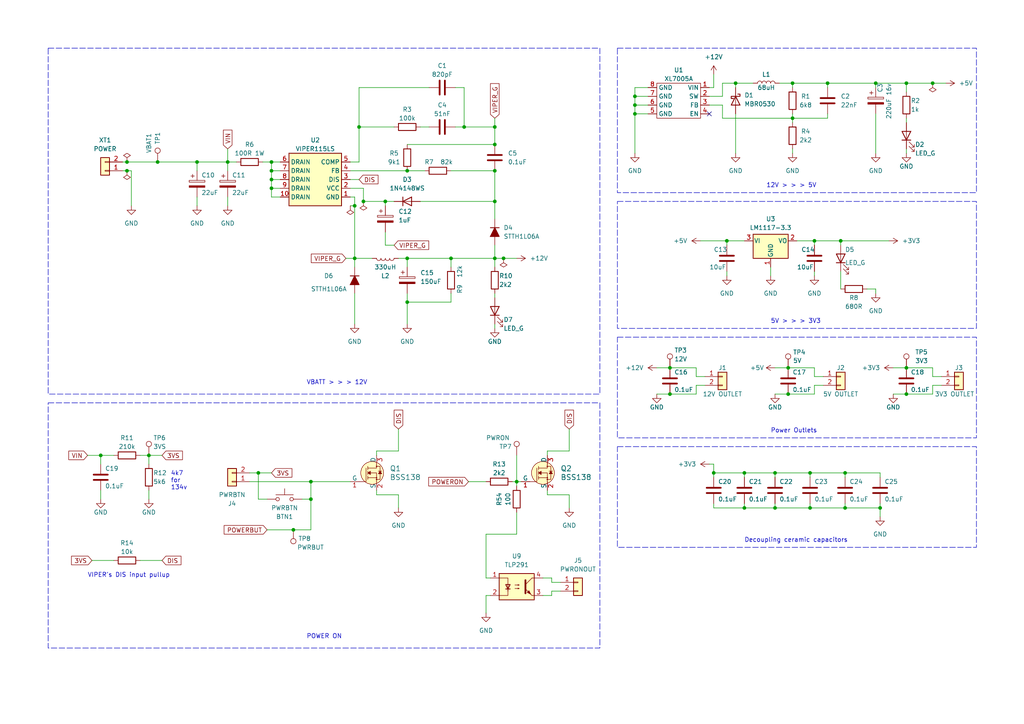
<source format=kicad_sch>
(kicad_sch (version 20231120) (generator "eeschema") (generator_version "8.0")
  (paper "A4")
  (lib_symbols
    (symbol "4shift:VIPER115LSTR"
      (property "Reference" "U" (at 0 2.54 0))
      (symbol "VIPER115LSTR_1_1"
        (pin power_in line (at -10.16 -1.27 0) (length 2.54) (name "GND") (number "1"))
        (pin passive line (at 10.16 -1.27 180) (length 2.54) (name "DRAIN") (number "10"))
        (pin power_in line (at -10.16 -3.81 0) (length 2.54) (name "VCC") (number "2"))
        (pin passive line (at -10.16 -6.35 0) (length 2.54) (name "DIS") (number "3"))
        (pin input line (at -10.16 -8.89 0) (length 2.54) (name "FB") (number "4"))
        (pin passive line (at -10.16 -11.43 0) (length 2.54) (name "COMP") (number "5"))
        (pin passive line (at 10.16 -11.43 180) (length 2.54) (name "DRAIN") (number "6"))
        (pin passive line (at 10.16 -8.89 180) (length 2.54) (name "DRAIN") (number "7"))
        (pin passive line (at 10.16 -6.35 180) (length 2.54) (name "DRAIN") (number "8"))
        (pin passive line (at 10.16 -3.81 180) (length 2.54) (name "DRAIN") (number "9"))
      )
    )
    (symbol "Conn_01x02_2" (pin_names (offset 1.016) hide)
      (property "Reference" "J" (at 0 2.54 0))
      (property "Value" "Conn_01x02" (at 0 -5.08 0))
      (symbol "Conn_01x02_2_1_1"
        (pin passive line (at -5.08 0 0) (length 3.81) (name "Pin_1") (number "1"))
        (pin passive line (at -5.08 -2.54 0) (length 3.81) (name "Pin_2") (number "2"))
      )
    )
    (symbol "Connector:TestPoint" (pin_numbers hide) (pin_names (offset 0.762) hide)
      (property "Reference" "TP" (at 0 6.858 0))
      (property "Value" "TestPoint" (at 0 5.08 0))
      (symbol "TestPoint_1_1"
        (pin passive line (at 0 0 90) (length 2.54) (name "1") (number "1"))
      )
    )
    (symbol "Connector_Generic:Conn_01x02" (pin_names (offset 1.016) hide)
      (property "Reference" "J" (at 0 2.54 0))
      (property "Value" "Conn_01x02" (at 0 -5.08 0))
      (symbol "Conn_01x02_1_1"
        (pin passive line (at -5.08 0 0) (length 3.81) (name "Pin_1") (number "1"))
        (pin passive line (at -5.08 -2.54 0) (length 3.81) (name "Pin_2") (number "2"))
      )
    )
    (symbol "Device:C" (pin_numbers hide) (pin_names (offset 0.254))
      (property "Reference" "C" (at 0.635 2.54 0))
      (property "Value" "C" (at 0.635 -2.54 0))
      (symbol "C_1_1"
        (pin passive line (at 0 3.81 270) (length 2.794) (name "~") (number "1"))
        (pin passive line (at 0 -3.81 90) (length 2.794) (name "~") (number "2"))
      )
    )
    (symbol "Device:C_Polarized" (pin_numbers hide) (pin_names (offset 0.254))
      (property "Reference" "C" (at 0.635 2.54 0))
      (property "Value" "C_Polarized" (at 0.635 -2.54 0))
      (symbol "C_Polarized_1_1"
        (pin passive line (at 0 3.81 270) (length 2.794) (name "~") (number "1"))
        (pin passive line (at 0 -3.81 90) (length 2.794) (name "~") (number "2"))
      )
    )
    (symbol "Device:L" (pin_numbers hide) (pin_names (offset 1.016) hide)
      (property "Reference" "L" (at -1.27 0 90))
      (property "Value" "L" (at 1.905 0 90))
      (symbol "L_1_1"
        (pin passive line (at 0 3.81 270) (length 1.27) (name "1") (number "1"))
        (pin passive line (at 0 -3.81 90) (length 1.27) (name "2") (number "2"))
      )
    )
    (symbol "Device:LED" (pin_numbers hide) (pin_names (offset 1.016) hide)
      (property "Reference" "D" (at 0 2.54 0))
      (property "Value" "LED" (at 0 -2.54 0))
      (symbol "LED_1_1"
        (pin passive line (at -3.81 0 0) (length 2.54) (name "K") (number "1"))
        (pin passive line (at 3.81 0 180) (length 2.54) (name "A") (number "2"))
      )
    )
    (symbol "Device:R" (pin_numbers hide) (pin_names (offset 0))
      (property "Reference" "R" (at 2.032 0 90))
      (property "Value" "R" (at 0 0 90))
      (symbol "R_1_1"
        (pin passive line (at 0 3.81 270) (length 1.27) (name "~") (number "1"))
        (pin passive line (at 0 -3.81 90) (length 1.27) (name "~") (number "2"))
      )
    )
    (symbol "Diode:1N4148WS" (pin_numbers hide) (pin_names hide)
      (property "Reference" "D" (at 0 2.54 0))
      (property "Value" "1N4148WS" (at 0 -2.54 0))
      (symbol "1N4148WS_1_1"
        (pin passive line (at -3.81 0 0) (length 2.54) (name "K") (number "1"))
        (pin passive line (at 3.81 0 180) (length 2.54) (name "A") (number "2"))
      )
    )
    (symbol "Diode:MBR0530" (pin_numbers hide) (pin_names (offset 1.016) hide)
      (property "Reference" "D" (at 0 2.54 0))
      (property "Value" "MBR0530" (at 0 -2.54 0))
      (symbol "MBR0530_1_1"
        (pin passive line (at -3.81 0 0) (length 2.54) (name "K") (number "1"))
        (pin passive line (at 3.81 0 180) (length 2.54) (name "A") (number "2"))
      )
    )
    (symbol "Isolator:TLP291"
      (property "Reference" "U" (at -5.08 5.08 0))
      (property "Value" "TLP291" (at 0 5.08 0))
      (symbol "TLP291_1_1"
        (pin passive line (at -7.62 2.54 0) (length 2.54) (name "~") (number "1"))
        (pin passive line (at -7.62 -2.54 0) (length 2.54) (name "~") (number "2"))
        (pin passive line (at 7.62 -2.54 180) (length 2.54) (name "~") (number "3"))
        (pin passive line (at 7.62 2.54 180) (length 2.54) (name "~") (number "4"))
      )
    )
    (symbol "PCM_Diode_AKL:STTH1L06A" (pin_numbers hide) (pin_names (offset 1.016) hide)
      (property "Reference" "D" (at 0 5.08 0))
      (property "Value" "STTH1L06A" (at 0 2.54 0))
      (symbol "STTH1L06A_1_1"
        (pin passive line (at 3.81 0 180) (length 2.54) (name "K") (number "1"))
        (pin passive line (at -3.81 0 0) (length 2.54) (name "A") (number "2"))
      )
    )
    (symbol "Regulator_Linear:LM1117-3.3" (pin_names (offset 0.254))
      (property "Reference" "U" (at -3.81 3.175 0))
      (property "Value" "LM1117-3.3" (at 0 3.175 0))
      (symbol "LM1117-3.3_1_1"
        (pin power_in line (at 0 -7.62 90) (length 2.54) (name "GND") (number "1"))
        (pin power_out line (at 7.62 0 180) (length 2.54) (name "VO") (number "2"))
        (pin power_in line (at -7.62 0 0) (length 2.54) (name "VI") (number "3"))
      )
    )
    (symbol "Switch:SW_Push" (pin_numbers hide) (pin_names (offset 1.016) hide)
      (property "Reference" "SW" (at 1.27 2.54 0))
      (property "Value" "SW_Push" (at 0 -1.524 0))
      (symbol "SW_Push_0_1"
        (pin passive line (at -5.08 0 0) (length 2.54) (name "1") (number "1"))
        (pin passive line (at 5.08 0 180) (length 2.54) (name "2") (number "2"))
      )
    )
    (symbol "XL7005a_1"
      (property "Reference" "U" (at 0 2.54 0))
      (property "Value" "XL7005A" (at 0 0 0))
      (symbol "XL7005a_1_1_1"
        (pin power_in line (at -8.89 -2.54 0) (length 2.54) (name "VIN") (number "1"))
        (pin power_out line (at -8.89 -5.08 0) (length 2.54) (name "SW") (number "2"))
        (pin input line (at -8.89 -7.62 0) (length 2.54) (name "FB") (number "3"))
        (pin input line (at -8.89 -10.16 0) (length 2.54) (name "EN") (number "4"))
        (pin passive line (at 8.89 -10.16 180) (length 2.54) (name "GND") (number "5"))
        (pin passive line (at 8.89 -7.62 180) (length 2.54) (name "GND") (number "6"))
        (pin passive line (at 8.89 -5.08 180) (length 2.54) (name "GND") (number "7"))
        (pin passive line (at 8.89 -2.54 180) (length 2.54) (name "GND") (number "8"))
      )
    )
    (symbol "dk_Transistors-FETs-MOSFETs-Single:BSS138" (pin_names (offset 0))
      (property "Reference" "Q" (at -2.6924 3.6322 0))
      (property "Value" "BSS138" (at 3.4544 0 90))
      (symbol "BSS138_1_1"
        (pin bidirectional line (at -7.62 -2.54 0) (length 2.54) (name "G") (number "1"))
        (pin bidirectional line (at 0 -5.08 90) (length 2.54) (name "S") (number "2"))
        (pin bidirectional line (at 0 5.08 270) (length 2.54) (name "D") (number "3"))
      )
    )
    (symbol "power:+12V" (power) (pin_names (offset 0))
      (property "Value" "+12V" (at 0 3.556 0))
      (symbol "+12V_1_1"
        (pin power_in line (at 0 0 90) (length 0) hide (name "+12V") (number "1"))
      )
    )
    (symbol "power:+3V3" (power) (pin_names (offset 0))
      (property "Value" "+3V3" (at 0 3.556 0))
      (symbol "+3V3_1_1"
        (pin power_in line (at 0 0 90) (length 0) hide (name "+3V3") (number "1"))
      )
    )
    (symbol "power:+5V" (power) (pin_names (offset 0))
      (property "Value" "+5V" (at 0 3.556 0))
      (symbol "+5V_1_1"
        (pin power_in line (at 0 0 90) (length 0) hide (name "+5V") (number "1"))
      )
    )
    (symbol "power:GND" (power) (pin_names (offset 0))
      (property "Value" "GND" (at 0 -3.81 0))
      (symbol "GND_1_1"
        (pin power_in line (at 0 0 270) (length 0) hide (name "GND") (number "1"))
      )
    )
    (symbol "power:PWR_FLAG" (power) (pin_numbers hide) (pin_names (offset 0) hide)
      (property "Value" "PWR_FLAG" (at 0 3.81 0))
      (symbol "PWR_FLAG_0_0"
        (pin power_out line (at 0 0 90) (length 0) (name "pwr") (number "1"))
      )
    )
  )
  (junction (at 102.87 59.69))
  (junction (at 36.83 46.99))
  (junction (at 229.87 24.13))
  (junction (at 105.41 58.42))
  (junction (at 143.51 49.53))
  (junction (at 74.93 137.16))
  (junction (at 78.74 46.99))
  (junction (at 255.27 147.32))
  (junction (at 78.74 52.07))
  (junction (at 270.51 24.13))
  (junction (at 262.89 24.13))
  (junction (at 78.74 49.53))
  (junction (at 236.22 69.85))
  (junction (at 213.36 24.13))
  (junction (at 90.17 139.7))
  (junction (at 228.6 114.3))
  (junction (at 143.51 74.93))
  (junction (at 210.82 69.85))
  (junction (at 224.79 137.16))
  (junction (at 143.51 36.83))
  (junction (at 78.74 54.61))
  (junction (at 66.04 46.99))
  (junction (at 262.89 114.3))
  (junction (at 207.01 137.16))
  (junction (at 143.51 41.91))
  (junction (at 118.11 49.53))
  (junction (at 134.62 36.83))
  (junction (at 194.31 106.68))
  (junction (at 228.6 106.68))
  (junction (at 111.76 58.42))
  (junction (at 104.14 36.83))
  (junction (at 194.31 114.3))
  (junction (at 45.72 46.99))
  (junction (at 224.79 147.32))
  (junction (at 85.09 153.67))
  (junction (at 36.83 49.53))
  (junction (at 184.15 27.94))
  (junction (at 43.18 132.08))
  (junction (at 118.11 87.63))
  (junction (at 130.81 74.93))
  (junction (at 57.15 46.99))
  (junction (at 254 24.13))
  (junction (at 245.11 137.16))
  (junction (at 143.51 58.42))
  (junction (at 234.95 147.32))
  (junction (at 184.15 33.02))
  (junction (at 215.9 137.16))
  (junction (at 245.11 147.32))
  (junction (at 184.15 30.48))
  (junction (at 149.86 139.7))
  (junction (at 240.03 24.13))
  (junction (at 262.89 106.68))
  (junction (at 215.9 147.32))
  (junction (at 102.87 74.93))
  (junction (at 243.84 69.85))
  (junction (at 229.87 34.29))
  (junction (at 90.17 144.78))
  (junction (at 118.11 74.93))
  (junction (at 234.95 137.16))
  (junction (at 29.21 132.08))
  (junction (at 146.05 74.93))
  (no_connect (at 205.74 33.02))
  (wire (pts (xy 254 24.13) (xy 262.89 24.13)))
  (wire (pts (xy 187.96 33.02) (xy 184.15 33.02)))
  (wire (pts (xy 162.56 168.91) (xy 160.02 168.91)))
  (wire (pts (xy 102.87 85.09) (xy 102.87 93.98)))
  (wire (pts (xy 35.56 46.99) (xy 36.83 46.99)))
  (wire (pts (xy 209.55 24.13) (xy 213.36 24.13)))
  (wire (pts (xy 146.05 74.93) (xy 149.86 74.93)))
  (wire (pts (xy 254 24.13) (xy 254 25.4)))
  (wire (pts (xy 231.14 69.85) (xy 236.22 69.85)))
  (wire (pts (xy 81.28 46.99) (xy 78.74 46.99)))
  (wire (pts (xy 76.2 46.99) (xy 78.74 46.99)))
  (wire (pts (xy 190.5 114.3) (xy 194.31 114.3)))
  (wire (pts (xy 229.87 35.56) (xy 229.87 34.29)))
  (wire (pts (xy 124.46 25.4) (xy 104.14 25.4)))
  (wire (pts (xy 259.08 106.68) (xy 262.89 106.68)))
  (wire (pts (xy 111.76 71.12) (xy 114.3 71.12)))
  (wire (pts (xy 224.79 114.3) (xy 228.6 114.3)))
  (wire (pts (xy 245.11 137.16) (xy 245.11 138.43)))
  (wire (pts (xy 245.11 147.32) (xy 245.11 146.05)))
  (wire (pts (xy 109.22 143.51) (xy 109.22 142.24)))
  (wire (pts (xy 102.87 74.93) (xy 107.95 74.93)))
  (wire (pts (xy 140.97 172.72) (xy 140.97 177.8)))
  (wire (pts (xy 223.52 77.47) (xy 223.52 80.01)))
  (wire (pts (xy 187.96 30.48) (xy 184.15 30.48)))
  (wire (pts (xy 194.31 106.68) (xy 201.93 106.68)))
  (wire (pts (xy 184.15 44.45) (xy 184.15 33.02)))
  (wire (pts (xy 143.51 74.93) (xy 143.51 77.47)))
  (wire (pts (xy 105.41 58.42) (xy 111.76 58.42)))
  (wire (pts (xy 158.75 130.81) (xy 158.75 132.08)))
  (wire (pts (xy 240.03 25.4) (xy 240.03 24.13)))
  (wire (pts (xy 35.56 49.53) (xy 36.83 49.53)))
  (wire (pts (xy 90.17 144.78) (xy 90.17 153.67)))
  (wire (pts (xy 160.02 172.72) (xy 157.48 172.72)))
  (wire (pts (xy 101.6 49.53) (xy 118.11 49.53)))
  (wire (pts (xy 149.86 154.94) (xy 140.97 154.94)))
  (wire (pts (xy 142.24 172.72) (xy 140.97 172.72)))
  (wire (pts (xy 240.03 33.02) (xy 240.03 34.29)))
  (wire (pts (xy 243.84 69.85) (xy 243.84 71.12)))
  (wire (pts (xy 209.55 27.94) (xy 209.55 24.13)))
  (wire (pts (xy 118.11 87.63) (xy 118.11 85.09)))
  (wire (pts (xy 215.9 137.16) (xy 224.79 137.16)))
  (wire (pts (xy 104.14 46.99) (xy 104.14 36.83)))
  (wire (pts (xy 134.62 36.83) (xy 143.51 36.83)))
  (wire (pts (xy 205.74 134.62) (xy 207.01 134.62)))
  (wire (pts (xy 255.27 147.32) (xy 255.27 149.86)))
  (wire (pts (xy 224.79 147.32) (xy 224.79 146.05)))
  (wire (pts (xy 207.01 134.62) (xy 207.01 137.16)))
  (wire (pts (xy 118.11 74.93) (xy 130.81 74.93)))
  (wire (pts (xy 135.89 139.7) (xy 140.97 139.7)))
  (wire (pts (xy 207.01 147.32) (xy 215.9 147.32)))
  (wire (pts (xy 104.14 36.83) (xy 114.3 36.83)))
  (wire (pts (xy 78.74 46.99) (xy 78.74 49.53)))
  (wire (pts (xy 40.64 132.08) (xy 43.18 132.08)))
  (wire (pts (xy 229.87 34.29) (xy 240.03 34.29)))
  (wire (pts (xy 68.58 46.99) (xy 66.04 46.99)))
  (wire (pts (xy 215.9 147.32) (xy 224.79 147.32)))
  (wire (pts (xy 118.11 74.93) (xy 118.11 77.47)))
  (wire (pts (xy 234.95 147.32) (xy 245.11 147.32)))
  (wire (pts (xy 78.74 49.53) (xy 78.74 52.07)))
  (wire (pts (xy 33.02 162.56) (xy 26.67 162.56)))
  (wire (pts (xy 105.41 58.42) (xy 105.41 54.61)))
  (wire (pts (xy 134.62 36.83) (xy 134.62 25.4)))
  (wire (pts (xy 25.4 132.08) (xy 29.21 132.08)))
  (wire (pts (xy 201.93 109.22) (xy 201.93 106.68)))
  (wire (pts (xy 203.2 69.85) (xy 210.82 69.85)))
  (wire (pts (xy 72.39 137.16) (xy 74.93 137.16)))
  (wire (pts (xy 207.01 25.4) (xy 205.74 25.4)))
  (wire (pts (xy 57.15 46.99) (xy 66.04 46.99)))
  (wire (pts (xy 262.89 114.3) (xy 270.51 114.3)))
  (wire (pts (xy 210.82 78.74) (xy 210.82 80.01)))
  (wire (pts (xy 234.95 137.16) (xy 245.11 137.16)))
  (wire (pts (xy 57.15 57.15) (xy 57.15 59.69)))
  (wire (pts (xy 187.96 27.94) (xy 184.15 27.94)))
  (wire (pts (xy 207.01 137.16) (xy 207.01 138.43)))
  (wire (pts (xy 207.01 21.59) (xy 207.01 25.4)))
  (wire (pts (xy 210.82 71.12) (xy 210.82 69.85)))
  (wire (pts (xy 165.1 130.81) (xy 158.75 130.81)))
  (wire (pts (xy 160.02 171.45) (xy 160.02 172.72)))
  (wire (pts (xy 229.87 44.45) (xy 229.87 43.18)))
  (wire (pts (xy 143.51 74.93) (xy 130.81 74.93)))
  (wire (pts (xy 132.08 36.83) (xy 134.62 36.83)))
  (wire (pts (xy 273.05 111.76) (xy 270.51 111.76)))
  (wire (pts (xy 102.87 57.15) (xy 102.87 59.69)))
  (wire (pts (xy 90.17 139.7) (xy 101.6 139.7)))
  (wire (pts (xy 140.97 154.94) (xy 140.97 167.64)))
  (wire (pts (xy 270.51 109.22) (xy 270.51 106.68)))
  (wire (pts (xy 46.99 162.56) (xy 40.64 162.56)))
  (wire (pts (xy 255.27 147.32) (xy 255.27 146.05)))
  (wire (pts (xy 134.62 25.4) (xy 132.08 25.4)))
  (wire (pts (xy 204.47 109.22) (xy 201.93 109.22)))
  (wire (pts (xy 184.15 30.48) (xy 184.15 33.02)))
  (wire (pts (xy 104.14 25.4) (xy 104.14 36.83)))
  (wire (pts (xy 121.92 58.42) (xy 143.51 58.42)))
  (wire (pts (xy 43.18 132.08) (xy 46.99 132.08)))
  (wire (pts (xy 115.57 130.81) (xy 109.22 130.81)))
  (wire (pts (xy 187.96 25.4) (xy 184.15 25.4)))
  (wire (pts (xy 57.15 49.53) (xy 57.15 46.99)))
  (wire (pts (xy 101.6 46.99) (xy 104.14 46.99)))
  (wire (pts (xy 43.18 142.24) (xy 43.18 144.78)))
  (wire (pts (xy 130.81 49.53) (xy 143.51 49.53)))
  (wire (pts (xy 102.87 57.15) (xy 101.6 57.15)))
  (wire (pts (xy 74.93 137.16) (xy 78.74 137.16)))
  (wire (pts (xy 224.79 137.16) (xy 234.95 137.16)))
  (wire (pts (xy 143.51 49.53) (xy 143.51 58.42)))
  (wire (pts (xy 85.09 153.67) (xy 77.47 153.67)))
  (wire (pts (xy 184.15 27.94) (xy 184.15 30.48)))
  (wire (pts (xy 201.93 111.76) (xy 201.93 114.3)))
  (wire (pts (xy 243.84 78.74) (xy 243.84 83.82)))
  (wire (pts (xy 236.22 78.74) (xy 236.22 80.01)))
  (wire (pts (xy 205.74 27.94) (xy 209.55 27.94)))
  (wire (pts (xy 115.57 143.51) (xy 115.57 147.32)))
  (wire (pts (xy 130.81 87.63) (xy 130.81 85.09)))
  (wire (pts (xy 238.76 109.22) (xy 236.22 109.22)))
  (wire (pts (xy 229.87 24.13) (xy 229.87 25.4)))
  (wire (pts (xy 143.51 86.36) (xy 143.51 85.09)))
  (wire (pts (xy 87.63 144.78) (xy 90.17 144.78)))
  (wire (pts (xy 238.76 111.76) (xy 236.22 111.76)))
  (wire (pts (xy 143.51 58.42) (xy 143.51 63.5)))
  (wire (pts (xy 184.15 25.4) (xy 184.15 27.94)))
  (wire (pts (xy 243.84 69.85) (xy 257.81 69.85)))
  (wire (pts (xy 111.76 59.69) (xy 111.76 58.42)))
  (wire (pts (xy 234.95 147.32) (xy 234.95 146.05)))
  (wire (pts (xy 78.74 49.53) (xy 81.28 49.53)))
  (wire (pts (xy 111.76 58.42) (xy 114.3 58.42)))
  (wire (pts (xy 245.11 137.16) (xy 255.27 137.16)))
  (wire (pts (xy 209.55 30.48) (xy 209.55 34.29)))
  (wire (pts (xy 162.56 171.45) (xy 160.02 171.45)))
  (wire (pts (xy 66.04 46.99) (xy 66.04 49.53)))
  (wire (pts (xy 130.81 74.93) (xy 130.81 77.47)))
  (wire (pts (xy 262.89 24.13) (xy 270.51 24.13)))
  (wire (pts (xy 115.57 74.93) (xy 118.11 74.93)))
  (wire (pts (xy 213.36 24.13) (xy 213.36 25.4)))
  (wire (pts (xy 109.22 130.81) (xy 109.22 132.08)))
  (wire (pts (xy 160.02 168.91) (xy 160.02 167.64)))
  (wire (pts (xy 143.51 36.83) (xy 143.51 41.91)))
  (wire (pts (xy 255.27 137.16) (xy 255.27 138.43)))
  (wire (pts (xy 273.05 109.22) (xy 270.51 109.22)))
  (wire (pts (xy 78.74 54.61) (xy 81.28 54.61)))
  (wire (pts (xy 66.04 57.15) (xy 66.04 59.69)))
  (wire (pts (xy 259.08 114.3) (xy 262.89 114.3)))
  (wire (pts (xy 102.87 59.69) (xy 102.87 74.93)))
  (wire (pts (xy 140.97 167.64) (xy 142.24 167.64)))
  (wire (pts (xy 29.21 132.08) (xy 29.21 134.62)))
  (wire (pts (xy 101.6 52.07) (xy 104.14 52.07)))
  (wire (pts (xy 158.75 143.51) (xy 158.75 142.24)))
  (wire (pts (xy 148.59 139.7) (xy 149.86 139.7)))
  (wire (pts (xy 149.86 132.08) (xy 149.86 139.7)))
  (wire (pts (xy 118.11 87.63) (xy 118.11 93.98)))
  (wire (pts (xy 105.41 54.61) (xy 101.6 54.61)))
  (wire (pts (xy 36.83 49.53) (xy 38.1 49.53)))
  (wire (pts (xy 270.51 24.13) (xy 274.32 24.13)))
  (wire (pts (xy 100.33 74.93) (xy 102.87 74.93)))
  (wire (pts (xy 85.09 153.67) (xy 90.17 153.67)))
  (wire (pts (xy 245.11 147.32) (xy 255.27 147.32)))
  (wire (pts (xy 236.22 69.85) (xy 243.84 69.85)))
  (wire (pts (xy 74.93 144.78) (xy 74.93 137.16)))
  (wire (pts (xy 224.79 106.68) (xy 228.6 106.68)))
  (wire (pts (xy 149.86 139.7) (xy 151.13 139.7)))
  (wire (pts (xy 165.1 143.51) (xy 165.1 147.32)))
  (wire (pts (xy 270.51 111.76) (xy 270.51 114.3)))
  (wire (pts (xy 118.11 49.53) (xy 123.19 49.53)))
  (wire (pts (xy 72.39 139.7) (xy 90.17 139.7)))
  (wire (pts (xy 115.57 124.46) (xy 115.57 130.81)))
  (wire (pts (xy 90.17 139.7) (xy 90.17 144.78)))
  (wire (pts (xy 149.86 139.7) (xy 149.86 140.97)))
  (wire (pts (xy 236.22 109.22) (xy 236.22 106.68)))
  (wire (pts (xy 213.36 24.13) (xy 218.44 24.13)))
  (wire (pts (xy 236.22 71.12) (xy 236.22 69.85)))
  (wire (pts (xy 229.87 24.13) (xy 226.06 24.13)))
  (wire (pts (xy 240.03 24.13) (xy 229.87 24.13)))
  (wire (pts (xy 228.6 106.68) (xy 236.22 106.68)))
  (wire (pts (xy 78.74 52.07) (xy 78.74 54.61)))
  (wire (pts (xy 215.9 137.16) (xy 215.9 138.43)))
  (wire (pts (xy 121.92 36.83) (xy 124.46 36.83)))
  (wire (pts (xy 165.1 143.51) (xy 158.75 143.51)))
  (wire (pts (xy 215.9 147.32) (xy 215.9 146.05)))
  (wire (pts (xy 143.51 34.29) (xy 143.51 36.83)))
  (wire (pts (xy 78.74 52.07) (xy 81.28 52.07)))
  (wire (pts (xy 262.89 106.68) (xy 270.51 106.68)))
  (wire (pts (xy 149.86 148.59) (xy 149.86 154.94)))
  (wire (pts (xy 38.1 49.53) (xy 38.1 59.69)))
  (wire (pts (xy 234.95 137.16) (xy 234.95 138.43)))
  (wire (pts (xy 118.11 41.91) (xy 143.51 41.91)))
  (wire (pts (xy 160.02 167.64) (xy 157.48 167.64)))
  (wire (pts (xy 262.89 35.56) (xy 262.89 34.29)))
  (wire (pts (xy 209.55 34.29) (xy 229.87 34.29)))
  (wire (pts (xy 77.47 144.78) (xy 74.93 144.78)))
  (wire (pts (xy 254 83.82) (xy 254 85.09)))
  (wire (pts (xy 102.87 74.93) (xy 102.87 77.47)))
  (wire (pts (xy 254 33.02) (xy 254 44.45)))
  (wire (pts (xy 66.04 43.18) (xy 66.04 46.99)))
  (wire (pts (xy 210.82 69.85) (xy 215.9 69.85)))
  (wire (pts (xy 45.72 46.99) (xy 36.83 46.99)))
  (wire (pts (xy 143.51 93.98) (xy 143.51 95.25)))
  (wire (pts (xy 205.74 30.48) (xy 209.55 30.48)))
  (wire (pts (xy 236.22 111.76) (xy 236.22 114.3)))
  (wire (pts (xy 240.03 24.13) (xy 254 24.13)))
  (wire (pts (xy 78.74 54.61) (xy 78.74 57.15)))
  (wire (pts (xy 194.31 114.3) (xy 201.93 114.3)))
  (wire (pts (xy 43.18 132.08) (xy 43.18 134.62)))
  (wire (pts (xy 224.79 137.16) (xy 224.79 138.43)))
  (wire (pts (xy 111.76 67.31) (xy 111.76 71.12)))
  (wire (pts (xy 201.93 111.76) (xy 204.47 111.76)))
  (wire (pts (xy 29.21 132.08) (xy 33.02 132.08)))
  (wire (pts (xy 115.57 143.51) (xy 109.22 143.51)))
  (wire (pts (xy 165.1 124.46) (xy 165.1 130.81)))
  (wire (pts (xy 262.89 43.18) (xy 262.89 44.45)))
  (wire (pts (xy 29.21 142.24) (xy 29.21 144.78)))
  (wire (pts (xy 143.51 71.12) (xy 143.51 74.93)))
  (wire (pts (xy 213.36 33.02) (xy 213.36 44.45)))
  (wire (pts (xy 207.01 137.16) (xy 215.9 137.16)))
  (wire (pts (xy 143.51 74.93) (xy 146.05 74.93)))
  (wire (pts (xy 118.11 87.63) (xy 130.81 87.63)))
  (wire (pts (xy 190.5 106.68) (xy 194.31 106.68)))
  (wire (pts (xy 78.74 57.15) (xy 81.28 57.15)))
  (wire (pts (xy 228.6 114.3) (xy 236.22 114.3)))
  (wire (pts (xy 101.6 59.69) (xy 102.87 59.69)))
  (wire (pts (xy 229.87 33.02) (xy 229.87 34.29)))
  (wire (pts (xy 262.89 26.67) (xy 262.89 24.13)))
  (wire (pts (xy 207.01 147.32) (xy 207.01 146.05)))
  (wire (pts (xy 45.72 46.99) (xy 57.15 46.99)))
  (wire (pts (xy 224.79 147.32) (xy 234.95 147.32)))
  (wire (pts (xy 251.46 83.82) (xy 254 83.82)))
  (rectangle (start 179.07 97.79) (end 283.21 127) (stroke (width 0) (type dash)))
  (rectangle (start 179.07 58.42) (end 283.21 95.25) (stroke (width 0) (type dash)))
  (rectangle (start 13.97 116.84) (end 173.99 187.96) (stroke (width 0) (type dash)))
  (rectangle (start 179.07 129.54) (end 283.21 158.75) (stroke (width 0) (type dash)))
  (rectangle (start 179.07 13.97) (end 283.21 55.88) (stroke (width 0) (type dash)))
  (rectangle (start 13.97 13.97) (end 173.99 114.3) (stroke (width 0) (type dash)))
  (text "Decoupling ceramic capacitors\n" (at 215.9 157.48 0) (effects (font (size 1.27 1.27)) (justify left bottom)))
  (text "VBATT > > > 12V" (at 88.9 111.76 0) (effects (font (size 1.27 1.27)) (justify left bottom)))
  (text "5V > > > 3V3" (at 223.52 93.98 0) (effects (font (size 1.27 1.27)) (justify left bottom)))
  (text "4k7\nfor\n134v" (at 49.53 142.24 0) (effects (font (size 1.27 1.27)) (justify left bottom)))
  (text "Power Outlets\n" (at 223.52 125.73 0) (effects (font (size 1.27 1.27)) (justify left bottom)))
  (text "12V > > > 5V" (at 222.25 54.61 0) (effects (font (size 1.27 1.27)) (justify left bottom)))
  (text "POWER ON" (at 88.9 185.42 0) (effects (font (size 1.27 1.27)) (justify left bottom)))
  (text "VIPER's DIS input pullup" (at 25.4 167.64 0) (effects (font (size 1.27 1.27)) (justify left bottom)))
  (global_label "VIPER_G" (shape input) (at 114.3 71.12 0) (property "Intersheetrefs" "${INTERSHEET_REFS}" (effects (hide yes))))
  (global_label "DIS" (shape input) (at 104.14 52.07 0) (property "Intersheetrefs" "${INTERSHEET_REFS}" (effects (hide yes))))
  (global_label "3VS" (shape input) (at 78.74 137.16 0) (property "Intersheetrefs" "${INTERSHEET_REFS}" (effects (hide yes))))
  (global_label "POWERBUT" (shape input) (at 77.47 153.67 180) (property "Intersheetrefs" "${INTERSHEET_REFS}" (effects (hide yes))))
  (global_label "DIS" (shape input) (at 165.1 124.46 90) (property "Intersheetrefs" "${INTERSHEET_REFS}" (effects (hide yes))))
  (global_label "DIS" (shape input) (at 46.99 162.56 0) (property "Intersheetrefs" "${INTERSHEET_REFS}" (effects (hide yes))))
  (global_label "3VS" (shape input) (at 46.99 132.08 0) (property "Intersheetrefs" "${INTERSHEET_REFS}" (effects (hide yes))))
  (global_label "DIS" (shape input) (at 115.57 124.46 90) (property "Intersheetrefs" "${INTERSHEET_REFS}" (effects (hide yes))))
  (global_label "3VS" (shape input) (at 26.67 162.56 180) (property "Intersheetrefs" "${INTERSHEET_REFS}" (effects (hide yes))))
  (global_label "POWERON" (shape input) (at 135.89 139.7 180) (property "Intersheetrefs" "${INTERSHEET_REFS}" (effects (hide yes))))
  (global_label "VIN" (shape input) (at 25.4 132.08 180) (property "Intersheetrefs" "${INTERSHEET_REFS}" (effects (hide yes))))
  (global_label "VIPER_G" (shape input) (at 100.33 74.93 180) (property "Intersheetrefs" "${INTERSHEET_REFS}" (effects (hide yes))))
  (global_label "VIPER_G" (shape input) (at 143.51 34.29 90) (property "Intersheetrefs" "${INTERSHEET_REFS}" (effects (hide yes))))
  (global_label "VIN" (shape input) (at 66.04 43.18 90) (property "Intersheetrefs" "${INTERSHEET_REFS}" (effects (hide yes))))
  (symbol (lib_id "power:GND") (at 229.87 44.45 0) (unit 1)
    (property "Reference" "#PWR05" (effects (hide yes)))
    (property "Value" "GND" (at 229.87 49.53 0))
  )
  (symbol (lib_id "Device:R") (at 36.83 132.08 90) (unit 1)
    (property "Reference" "R11" (at 36.83 127 90))
    (property "Value" "210k" (at 36.83 129.54 90))
    (property "Footprint" "Resistor_SMD:R_0805_2012Metric_Pad1.20x1.40mm_HandSolder" (effects (hide yes)))
  )
  (symbol (lib_id "Device:C") (at 29.21 138.43 0) (unit 1)
    (property "Reference" "C19" (at 30.48 135.89 0) (effects (justify left)))
    (property "Value" "0.1uF" (at 30.48 140.97 0) (effects (justify left)))
    (property "Footprint" "Capacitor_SMD:C_0805_2012Metric_Pad1.18x1.45mm_HandSolder" (effects (hide yes)))
  )
  (symbol (lib_id "power:+5V") (at 274.32 24.13 270) (unit 1)
    (property "Reference" "#PWR02" (effects (hide yes)))
    (property "Value" "+5V" (at 278.13 24.13 90) (effects (justify left)))
  )
  (symbol (lib_id "power:PWR_FLAG") (at 101.6 59.69 180) (unit 1)
    (property "Reference" "#FLG05" (effects (hide yes)))
    (property "Value" "PWR_FLAG" (effects (hide yes)))
  )
  (symbol (lib_id "power:GND") (at 213.36 44.45 0) (unit 1)
    (property "Reference" "#PWR04" (effects (hide yes)))
    (property "Value" "GND" (at 213.36 49.53 0))
  )
  (symbol (lib_id "power:GND") (at 254 85.09 0) (unit 1)
    (property "Reference" "#PWR020" (effects (hide yes)))
    (property "Value" "GND" (at 254 90.17 0))
  )
  (symbol (lib_id "Switch:SW_Push") (at 82.55 144.78 0) (unit 1)
    (property "Reference" "BTN1" (at 82.55 149.86 0))
    (property "Value" "PWRBTN" (at 82.55 147.32 0))
    (property "Footprint" "Button_Switch_SMD:SW_SPST_SKQG_WithoutStem" (effects (hide yes)))
  )
  (symbol (lib_id "power:GND") (at 236.22 80.01 0) (unit 1)
    (property "Reference" "#PWR019" (effects (hide yes)))
    (property "Value" "GND" (at 236.22 85.09 0))
  )
  (symbol (lib_id "power:GND") (at 224.79 114.3 0) (unit 1)
    (property "Reference" "#PWR029" (effects (hide yes)))
    (property "Value" "GND" (at 224.79 118.11 0))
  )
  (symbol (lib_id "Device:C") (at 240.03 29.21 0) (unit 1)
    (property "Reference" "C2" (at 243.84 27.94 0) (effects (justify left)))
    (property "Value" "22nF" (at 243.84 30.48 0) (effects (justify left)))
    (property "Footprint" "Capacitor_SMD:C_0603_1608Metric_Pad1.08x0.95mm_HandSolder" (effects (hide yes)))
  )
  (symbol (lib_id "Device:R") (at 72.39 46.99 90) (unit 1)
    (property "Reference" "R6" (at 72.39 41.91 90))
    (property "Value" "100R 1W" (at 72.39 44.45 90))
    (property "Footprint" "Resistor_SMD:R_2010_5025Metric_Pad1.40x2.65mm_HandSolder" (effects (hide yes)))
  )
  (symbol (lib_id "power:GND") (at 254 44.45 0) (unit 1)
    (property "Reference" "#PWR06" (effects (hide yes)))
    (property "Value" "GND" (at 254 49.53 0))
  )
  (symbol (lib_id "Device:LED") (at 262.89 39.37 90) (unit 1)
    (property "Reference" "D2" (at 265.43 41.91 90) (effects (justify right)))
    (property "Value" "LED_G" (at 265.43 44.45 90) (effects (justify right)))
    (property "Footprint" "LED_SMD:LED_0603_1608Metric" (effects (hide yes)))
  )
  (symbol (lib_id "Device:C") (at 194.31 110.49 0) (unit 1)
    (property "Reference" "C16" (at 195.58 107.95 0) (effects (justify left)))
    (property "Value" "0.1uF" (at 195.58 113.03 0) (effects (justify left)))
    (property "Footprint" "Capacitor_SMD:C_0603_1608Metric_Pad1.08x0.95mm_HandSolder" (effects (hide yes)))
  )
  (symbol (lib_id "Device:LED") (at 143.51 90.17 90) (unit 1)
    (property "Reference" "D7" (at 146.05 92.71 90) (effects (justify right)))
    (property "Value" "LED_G" (at 146.05 95.25 90) (effects (justify right)))
    (property "Footprint" "LED_SMD:LED_0603_1608Metric" (effects (hide yes)))
  )
  (symbol (lib_id "power:GND") (at 115.57 147.32 0) (unit 1)
    (property "Reference" "#PWR035" (effects (hide yes)))
    (property "Value" "GND" (at 115.57 152.4 0))
  )
  (symbol (lib_id "Connector:TestPoint") (at 149.86 132.08 0) (unit 1)
    (property "Reference" "TP7" (at 144.78 129.54 0) (effects (justify left)))
    (property "Value" "PWRON" (at 140.97 127 0) (effects (justify left)))
    (property "Footprint" "TestPoint:TestPoint_Pad_D2.0mm" (effects (hide yes)))
  )
  (symbol (lib_name "Conn_01x02_2") (lib_id "Connector_Generic:Conn_01x02") (at 278.13 109.22 0) (unit 1)
    (property "Reference" "J3" (at 278.13 106.68 0))
    (property "Value" "3V3 OUTLET" (at 276.86 114.3 0))
    (property "Footprint" "Connector_JST:JST_XH_B2B-XH-A_1x02_P2.50mm_Vertical" (effects (hide yes)))
  )
  (symbol (lib_id "power:PWR_FLAG") (at 36.83 46.99 0) (unit 1)
    (property "Reference" "#FLG02" (effects (hide yes)))
    (property "Value" "PWR_FLAG" (effects (hide yes)))
  )
  (symbol (lib_id "dk_Transistors-FETs-MOSFETs-Single:BSS138") (at 158.75 137.16 0) (unit 1)
    (property "Reference" "Q2" (at 162.56 135.89 0) (effects (font (size 1.524 1.524)) (justify left)))
    (property "Value" "BSS138" (at 162.56 138.43 0) (effects (font (size 1.524 1.524)) (justify left)))
    (property "Footprint" "digikey-footprints:SOT-23-3" (effects (hide yes)))
    (property "Datasheet" "https://www.onsemi.com/pub/Collateral/BSS138-D.PDF" (effects (hide yes)))
    (property "Description" "MOSFET N-CH 50V 220MA SOT-23" (effects (hide yes)))
    (property "Digi-Key_PN" "BSS138CT-ND" (effects (hide yes)))
    (property "MPN" "BSS138" (effects (hide yes)))
    (property "Category" "Discrete Semiconductor Products" (effects (hide yes)))
    (property "Family" "Transistors - FETs, MOSFETs - Single" (effects (hide yes)))
    (property "DK_Datasheet_Link" "https://www.onsemi.com/pub/Collateral/BSS138-D.PDF" (effects (hide yes)))
    (property "DK_Detail_Page" "/product-detail/en/on-semiconductor/BSS138/BSS138CT-ND/244294" (effects (hide yes)))
    (property "Manufacturer" "ON Semiconductor" (effects (hide yes)))
    (property "Status" "Active" (effects (hide yes)))
  )
  (symbol (lib_name "Conn_01x02_2") (lib_id "Connector_Generic:Conn_01x02") (at 243.84 109.22 0) (unit 1)
    (property "Reference" "J2" (at 243.84 106.68 0))
    (property "Value" "5V OUTLET" (at 243.84 114.3 0))
    (property "Footprint" "Connector_JST:JST_XH_B2B-XH-A_1x02_P2.50mm_Vertical" (effects (hide yes)))
  )
  (symbol (lib_id "power:PWR_FLAG") (at 146.05 74.93 180) (unit 1)
    (property "Reference" "#FLG06" (effects (hide yes)))
    (property "Value" "PWR_FLAG" (effects (hide yes)))
  )
  (symbol (lib_id "power:+3V3") (at 205.74 134.62 90) (unit 1)
    (property "Reference" "#PWR031" (effects (hide yes)))
    (property "Value" "+3V3" (at 201.93 134.62 90) (effects (justify left)))
  )
  (symbol (lib_id "power:+12V") (at 207.01 21.59 0) (unit 1)
    (property "Reference" "#PWR01" (effects (hide yes)))
    (property "Value" "+12V" (at 207.01 16.51 0))
  )
  (symbol (lib_id "Device:C") (at 210.82 74.93 0) (unit 1)
    (property "Reference" "C13" (at 207.01 72.39 0) (effects (justify left)))
    (property "Value" "10uF" (at 205.74 77.47 0) (effects (justify left)))
    (property "Footprint" "Capacitor_SMD:C_0603_1608Metric_Pad1.08x0.95mm_HandSolder" (effects (hide yes)))
  )
  (symbol (lib_id "Connector:TestPoint") (at 85.09 153.67 180) (unit 1)
    (property "Reference" "TP8" (at 90.17 156.21 0) (effects (justify left)))
    (property "Value" "PWRBUT" (at 93.98 158.75 0) (effects (justify left)))
    (property "Footprint" "TestPoint:TestPoint_Pad_D2.0mm" (effects (hide yes)))
  )
  (symbol (lib_id "Device:C") (at 234.95 142.24 0) (unit 1)
    (property "Reference" "C23" (at 236.22 139.7 0) (effects (justify left)))
    (property "Value" "0.1uF" (at 236.22 144.78 0) (effects (justify left)))
    (property "Footprint" "Capacitor_SMD:C_0603_1608Metric_Pad1.08x0.95mm_HandSolder" (effects (hide yes)))
  )
  (symbol (lib_id "power:GND") (at 259.08 114.3 0) (unit 1)
    (property "Reference" "#PWR030" (effects (hide yes)))
    (property "Value" "GND" (at 259.08 118.11 0))
  )
  (symbol (lib_id "PCM_Diode_AKL:STTH1L06A") (at 102.87 81.28 90) (unit 1)
    (property "Reference" "D6" (at 93.98 80.01 90) (effects (justify right)))
    (property "Value" "STTH1L06A" (at 90.17 83.82 90) (effects (justify right)))
    (property "Footprint" "Diode_SMD:D_SMA_Handsoldering" (effects (hide yes)))
    (property "Datasheet" "https://www.tme.eu/Document/19287e13c2adcf5b081d996de9834afa/STTH1L06.pdf" (effects (hide yes)))
  )
  (symbol (lib_id "power:PWR_FLAG") (at 270.51 24.13 180) (unit 1)
    (property "Reference" "#FLG01" (effects (hide yes)))
    (property "Value" "PWR_FLAG" (effects (hide yes)))
  )
  (symbol (lib_id "power:GND") (at 118.11 93.98 0) (unit 1)
    (property "Reference" "#PWR023" (effects (hide yes)))
    (property "Value" "GND" (at 118.11 99.06 0))
  )
  (symbol (lib_id "Device:R") (at 229.87 29.21 0) (unit 1)
    (property "Reference" "R1" (at 233.68 27.94 0))
    (property "Value" "6k8" (at 233.68 30.48 0))
    (property "Footprint" "Resistor_SMD:R_0603_1608Metric_Pad0.98x0.95mm_HandSolder" (effects (hide yes)))
  )
  (symbol (lib_id "Device:L") (at 222.25 24.13 90) (unit 1)
    (property "Reference" "L1" (at 222.25 21.59 90))
    (property "Value" "68uH" (at 222.25 25.4 90))
    (property "Footprint" "Inductor_SMD:L_Bourns_SRP7028A_7.3x6.6mm" (effects (hide yes)))
  )
  (symbol (lib_id "dk_Transistors-FETs-MOSFETs-Single:BSS138") (at 109.22 137.16 0) (unit 1)
    (property "Reference" "Q1" (at 113.03 135.89 0) (effects (font (size 1.524 1.524)) (justify left)))
    (property "Value" "BSS138" (at 113.03 138.43 0) (effects (font (size 1.524 1.524)) (justify left)))
    (property "Footprint" "digikey-footprints:SOT-23-3" (effects (hide yes)))
    (property "Datasheet" "https://www.onsemi.com/pub/Collateral/BSS138-D.PDF" (effects (hide yes)))
    (property "Description" "MOSFET N-CH 50V 220MA SOT-23" (effects (hide yes)))
    (property "Digi-Key_PN" "BSS138CT-ND" (effects (hide yes)))
    (property "MPN" "BSS138" (effects (hide yes)))
    (property "Category" "Discrete Semiconductor Products" (effects (hide yes)))
    (property "Family" "Transistors - FETs, MOSFETs - Single" (effects (hide yes)))
    (property "DK_Datasheet_Link" "https://www.onsemi.com/pub/Collateral/BSS138-D.PDF" (effects (hide yes)))
    (property "DK_Detail_Page" "/product-detail/en/on-semiconductor/BSS138/BSS138CT-ND/244294" (effects (hide yes)))
    (property "Manufacturer" "ON Semiconductor" (effects (hide yes)))
    (property "Status" "Active" (effects (hide yes)))
  )
  (symbol (lib_id "power:GND") (at 190.5 114.3 0) (unit 1)
    (property "Reference" "#PWR028" (effects (hide yes)))
    (property "Value" "GND" (at 190.5 118.11 0))
  )
  (symbol (lib_id "Connector:TestPoint") (at 194.31 106.68 0) (unit 1)
    (property "Reference" "TP3" (at 195.58 101.6 0) (effects (justify left)))
    (property "Value" "12V" (at 195.58 104.14 0) (effects (justify left)))
    (property "Footprint" "TestPoint:TestPoint_Pad_D2.0mm" (effects (hide yes)))
  )
  (symbol (lib_id "Isolator:TLP291") (at 149.86 170.18 0) (unit 1)
    (property "Reference" "U9" (at 149.86 161.29 0))
    (property "Value" "TLP291" (at 149.86 163.83 0))
    (property "Footprint" "Package_SO:SOIC-4_4.55x2.6mm_P1.27mm" (effects (hide yes)))
    (property "Datasheet" "https://toshiba.semicon-storage.com/info/docget.jsp?did=12884&prodName=TLP291" (effects (hide yes)))
  )
  (symbol (lib_id "4shift:VIPER115LSTR") (at 91.44 58.42 180) (unit 1)
    (property "Reference" "U2" (at 91.44 40.64 0))
    (property "Value" "VIPER115LS" (at 91.44 43.18 0))
    (property "Footprint" "4shift:SOIC100P600X175-10N" (effects (hide yes)))
    (property "Datasheet" "https://www.st.com/resource/en/datasheet/VIPER11.pdf" (effects (hide yes)))
  )
  (symbol (lib_id "Connector:TestPoint") (at 43.18 132.08 0) (unit 1)
    (property "Reference" "TP6" (at 44.45 127 0) (effects (justify left)))
    (property "Value" "3VS" (at 44.45 129.54 0) (effects (justify left)))
    (property "Footprint" "TestPoint:TestPoint_Pad_D2.0mm" (effects (hide yes)))
  )
  (symbol (lib_id "Device:C_Polarized") (at 118.11 81.28 0) (unit 1)
    (property "Reference" "C15" (at 121.92 79.121 0) (effects (justify left)))
    (property "Value" "150uF" (at 121.92 81.661 0) (effects (justify left)))
    (property "Footprint" "Capacitor_SMD:CP_Elec_10x10" (effects (hide yes)))
  )
  (symbol (lib_id "power:GND") (at 165.1 147.32 0) (unit 1)
    (property "Reference" "#PWR037" (effects (hide yes)))
    (property "Value" "GND" (at 165.1 152.4 0))
  )
  (symbol (lib_id "Device:C_Polarized") (at 57.15 53.34 0) (unit 1)
    (property "Reference" "C10" (at 58.42 50.8 0) (effects (justify left)))
    (property "Value" "22uF" (at 58.42 55.88 0) (effects (justify left)))
    (property "Footprint" "Capacitor_SMD:CP_Elec_10x10" (effects (hide yes)))
  )
  (symbol (lib_id "PCM_Diode_AKL:STTH1L06A") (at 143.51 67.31 90) (unit 1)
    (property "Reference" "D4" (at 146.05 66.04 90) (effects (justify right)))
    (property "Value" "STTH1L06A" (at 146.05 68.58 90) (effects (justify right)))
    (property "Footprint" "Diode_SMD:D_SMA_Handsoldering" (effects (hide yes)))
    (property "Datasheet" "https://www.tme.eu/Document/19287e13c2adcf5b081d996de9834afa/STTH1L06.pdf" (effects (hide yes)))
  )
  (symbol (lib_id "Device:C") (at 245.11 142.24 0) (unit 1)
    (property "Reference" "C24" (at 246.38 139.7 0) (effects (justify left)))
    (property "Value" "0.1uF" (at 246.38 144.78 0) (effects (justify left)))
    (property "Footprint" "Capacitor_SMD:C_0603_1608Metric_Pad1.08x0.95mm_HandSolder" (effects (hide yes)))
  )
  (symbol (lib_id "Device:C") (at 224.79 142.24 0) (unit 1)
    (property "Reference" "C22" (at 226.06 139.7 0) (effects (justify left)))
    (property "Value" "0.1uF" (at 226.06 144.78 0) (effects (justify left)))
    (property "Footprint" "Capacitor_SMD:C_0603_1608Metric_Pad1.08x0.95mm_HandSolder" (effects (hide yes)))
  )
  (symbol (lib_id "power:+5V") (at 203.2 69.85 90) (unit 1)
    (property "Reference" "#PWR015" (effects (hide yes)))
    (property "Value" "+5V" (at 199.39 69.85 90) (effects (justify left)))
  )
  (symbol (lib_id "Regulator_Linear:LM1117-3.3") (at 223.52 69.85 0) (unit 1)
    (property "Reference" "U3" (at 223.52 63.5 0))
    (property "Value" "LM1117-3.3" (at 223.52 66.04 0))
    (property "Footprint" "Package_TO_SOT_SMD:SOT-223" (effects (hide yes)))
    (property "Datasheet" "http://www.ti.com/lit/ds/symlink/lm1117.pdf" (effects (hide yes)))
  )
  (symbol (lib_id "Device:LED") (at 243.84 74.93 90) (unit 1)
    (property "Reference" "D5" (at 245.11 72.39 90) (effects (justify right)))
    (property "Value" "LED_G" (at 245.11 76.2 90) (effects (justify right)))
    (property "Footprint" "LED_SMD:LED_0603_1608Metric" (effects (hide yes)))
  )
  (symbol (lib_id "Device:C_Polarized") (at 254 29.21 0) (unit 1)
    (property "Reference" "C3" (at 255.27 24.13 90) (effects (justify right)))
    (property "Value" "220uF 16v" (at 257.81 24.13 90) (effects (justify right)))
    (property "Footprint" "Capacitor_SMD:CP_Elec_6.3x7.7" (effects (hide yes)))
  )
  (symbol (lib_id "power:GND") (at 29.21 144.78 0) (unit 1)
    (property "Reference" "#PWR032" (effects (hide yes)))
    (property "Value" "GND" (at 29.21 148.59 0))
  )
  (symbol (lib_id "power:GND") (at 43.18 144.78 0) (unit 1)
    (property "Reference" "#PWR033" (effects (hide yes)))
    (property "Value" "GND" (at 43.18 148.59 0))
  )
  (symbol (lib_id "Device:C") (at 236.22 74.93 0) (unit 1)
    (property "Reference" "C14" (at 232.41 72.39 0) (effects (justify left)))
    (property "Value" "10uF" (at 231.14 77.47 0) (effects (justify left)))
    (property "Footprint" "Capacitor_SMD:C_0603_1608Metric_Pad1.08x0.95mm_HandSolder" (effects (hide yes)))
  )
  (symbol (lib_id "Connector:TestPoint") (at 45.72 46.99 0) (unit 1)
    (property "Reference" "TP1" (at 45.72 41.91 90) (effects (justify left)))
    (property "Value" "VBAT1" (at 43.18 44.45 90) (effects (justify left)))
    (property "Footprint" "TestPoint:TestPoint_Pad_D2.0mm" (effects (hide yes)))
  )
  (symbol (lib_id "Device:L") (at 111.76 74.93 90) (mirror x) (unit 1)
    (property "Reference" "L2" (at 111.76 80.01 90))
    (property "Value" "330uH" (at 111.76 77.47 90))
    (property "Footprint" "Inductor_SMD:L_Bourns_SRR1208_12.7x12.7mm" (effects (hide yes)))
    (property "Datasheet" "https://www.lcsc.com/product-detail/Inductors-SMD_SHOU-HAN-CYH127-330UH_C2929508.html" (effects (hide yes)))
  )
  (symbol (lib_id "power:GND") (at 66.04 59.69 0) (unit 1)
    (property "Reference" "#PWR014" (effects (hide yes)))
    (property "Value" "GND" (at 66.04 64.77 0))
  )
  (symbol (lib_id "Device:R") (at 229.87 39.37 0) (unit 1)
    (property "Reference" "R4" (at 233.68 38.1 0))
    (property "Value" "2k2" (at 233.68 40.64 0))
    (property "Footprint" "Resistor_SMD:R_0603_1608Metric_Pad0.98x0.95mm_HandSolder" (effects (hide yes)))
  )
  (symbol (lib_id "Diode:MBR0530") (at 213.36 29.21 270) (unit 1)
    (property "Reference" "D1" (at 215.9 27.6225 90) (effects (justify left)))
    (property "Value" "MBR0530" (at 215.9 30.1625 90) (effects (justify left)))
    (property "Footprint" "Diode_SMD:D_SOD-123" (effects (hide yes)))
    (property "Datasheet" "http://www.mccsemi.com/up_pdf/MBR0520~MBR0580(SOD123).pdf" (effects (hide yes)))
  )
  (symbol (lib_id "power:PWR_FLAG") (at 36.83 49.53 180) (unit 1)
    (property "Reference" "#FLG03" (effects (hide yes)))
    (property "Value" "PWR_FLAG" (effects (hide yes)))
  )
  (symbol (lib_id "Device:R") (at 247.65 83.82 270) (unit 1)
    (property "Reference" "R8" (at 247.65 86.36 90))
    (property "Value" "680R" (at 247.65 88.9 90))
    (property "Footprint" "Resistor_SMD:R_0603_1608Metric_Pad0.98x0.95mm_HandSolder" (effects (hide yes)))
  )
  (symbol (lib_name "Conn_01x02_2") (lib_id "Connector_Generic:Conn_01x02") (at 209.55 109.22 0) (unit 1)
    (property "Reference" "J1" (at 209.55 106.68 0))
    (property "Value" "12V OUTLET" (at 209.55 114.3 0))
    (property "Footprint" "Connector_JST:JST_XH_B2B-XH-A_1x02_P2.50mm_Vertical" (effects (hide yes)))
  )
  (symbol (lib_id "Device:C") (at 262.89 110.49 0) (unit 1)
    (property "Reference" "C18" (at 264.16 107.95 0) (effects (justify left)))
    (property "Value" "0.1uF" (at 264.16 113.03 0) (effects (justify left)))
    (property "Footprint" "Capacitor_SMD:C_0603_1608Metric_Pad1.08x0.95mm_HandSolder" (effects (hide yes)))
  )
  (symbol (lib_id "power:GND") (at 210.82 80.01 0) (unit 1)
    (property "Reference" "#PWR017" (effects (hide yes)))
    (property "Value" "GND" (at 210.82 85.09 0))
  )
  (symbol (lib_id "power:GND") (at 57.15 59.69 0) (unit 1)
    (property "Reference" "#PWR013" (effects (hide yes)))
    (property "Value" "GND" (at 57.15 64.77 0))
  )
  (symbol (lib_id "power:GND") (at 143.51 95.25 0) (unit 1)
    (property "Reference" "#PWR027" (effects (hide yes)))
    (property "Value" "GND" (at 143.51 99.06 0))
  )
  (symbol (lib_id "power:+3V3") (at 257.81 69.85 270) (unit 1)
    (property "Reference" "#PWR016" (effects (hide yes)))
    (property "Value" "+3V3" (at 261.62 69.85 90) (effects (justify left)))
  )
  (symbol (lib_id "power:GND") (at 255.27 149.86 0) (unit 1)
    (property "Reference" "#PWR034" (effects (hide yes)))
    (property "Value" "GND" (at 255.27 154.94 0))
  )
  (symbol (lib_id "Device:C") (at 215.9 142.24 0) (unit 1)
    (property "Reference" "C21" (at 217.17 139.7 0) (effects (justify left)))
    (property "Value" "0.1uF" (at 217.17 144.78 0) (effects (justify left)))
    (property "Footprint" "Capacitor_SMD:C_0603_1608Metric_Pad1.08x0.95mm_HandSolder" (effects (hide yes)))
  )
  (symbol (lib_id "Device:R") (at 143.51 81.28 0) (unit 1)
    (property "Reference" "R10" (at 144.78 80.01 0) (effects (justify left)))
    (property "Value" "2k2" (at 144.78 82.55 0) (effects (justify left)))
    (property "Footprint" "Resistor_SMD:R_0603_1608Metric_Pad0.98x0.95mm_HandSolder" (effects (hide yes)))
  )
  (symbol (lib_id "power:GND") (at 140.97 177.8 0) (unit 1)
    (property "Reference" "#PWR036" (effects (hide yes)))
    (property "Value" "GND" (at 140.97 182.88 0))
  )
  (symbol (lib_id "Device:C") (at 128.27 36.83 90) (unit 1)
    (property "Reference" "C4" (at 128.27 30.48 90))
    (property "Value" "51nF" (at 128.27 33.02 90))
    (property "Footprint" "Capacitor_SMD:C_0603_1608Metric_Pad1.08x0.95mm_HandSolder" (effects (hide yes)))
  )
  (symbol (lib_id "Device:R") (at 130.81 81.28 0) (mirror y) (unit 1)
    (property "Reference" "R9" (at 133.35 83.82 90))
    (property "Value" "12k" (at 133.35 78.74 90))
    (property "Footprint" "Resistor_SMD:R_0603_1608Metric_Pad0.98x0.95mm_HandSolder" (effects (hide yes)))
  )
  (symbol (lib_id "Device:C") (at 128.27 25.4 90) (unit 1)
    (property "Reference" "C1" (at 128.27 19.05 90))
    (property "Value" "820pF" (at 128.27 21.59 90))
    (property "Footprint" "Capacitor_SMD:C_0603_1608Metric_Pad1.08x0.95mm_HandSolder" (effects (hide yes)))
  )
  (symbol (lib_id "power:+12V") (at 190.5 106.68 90) (unit 1)
    (property "Reference" "#PWR024" (effects (hide yes)))
    (property "Value" "+12V" (at 186.69 106.68 90) (effects (justify left)))
  )
  (symbol (lib_id "Device:R") (at 43.18 138.43 0) (unit 1)
    (property "Reference" "R12" (at 44.45 137.16 0) (effects (justify left)))
    (property "Value" "5k6" (at 44.45 139.7 0) (effects (justify left)))
    (property "Footprint" "Resistor_SMD:R_0805_2012Metric_Pad1.20x1.40mm_HandSolder" (effects (hide yes)))
  )
  (symbol (lib_id "power:PWR_FLAG") (at 105.41 58.42 180) (unit 1)
    (property "Reference" "#FLG04" (effects (hide yes)))
    (property "Value" "PWR_FLAG" (effects (hide yes)))
  )
  (symbol (lib_id "Device:C") (at 228.6 110.49 0) (unit 1)
    (property "Reference" "C17" (at 229.87 107.95 0) (effects (justify left)))
    (property "Value" "0.1uF" (at 229.87 113.03 0) (effects (justify left)))
    (property "Footprint" "Capacitor_SMD:C_0603_1608Metric_Pad1.08x0.95mm_HandSolder" (effects (hide yes)))
  )
  (symbol (lib_id "Device:R") (at 127 49.53 270) (unit 1)
    (property "Reference" "R7" (at 124.46 46.99 90))
    (property "Value" "82k" (at 129.54 46.99 90))
    (property "Footprint" "Resistor_SMD:R_0603_1608Metric_Pad0.98x0.95mm_HandSolder" (effects (hide yes)))
  )
  (symbol (lib_id "Device:C") (at 207.01 142.24 0) (unit 1)
    (property "Reference" "C20" (at 208.28 139.7 0) (effects (justify left)))
    (property "Value" "0.1uF" (at 208.28 144.78 0) (effects (justify left)))
    (property "Footprint" "Capacitor_SMD:C_0603_1608Metric_Pad1.08x0.95mm_HandSolder" (effects (hide yes)))
  )
  (symbol (lib_id "Connector:TestPoint") (at 228.6 106.68 0) (unit 1)
    (property "Reference" "TP4" (at 229.997 102.1659 0) (effects (justify left)))
    (property "Value" "5V" (at 229.997 104.5901 0) (effects (justify left)))
    (property "Footprint" "TestPoint:TestPoint_Pad_D2.0mm" (effects (hide yes)))
  )
  (symbol (lib_id "power:GND") (at 184.15 44.45 0) (unit 1)
    (property "Reference" "#PWR03" (effects (hide yes)))
    (property "Value" "GND" (at 184.15 49.53 0))
  )
  (symbol (lib_id "Diode:1N4148WS") (at 118.11 58.42 0) (unit 1)
    (property "Reference" "D3" (at 118.11 52.07 0))
    (property "Value" "1N4148WS" (at 118.11 54.61 0))
    (property "Footprint" "Diode_SMD:D_SOD-323" (effects (hide yes)))
    (property "Datasheet" "https://www.vishay.com/docs/85751/1n4148ws.pdf" (effects (hide yes)))
  )
  (symbol (lib_id "Device:R") (at 36.83 162.56 270) (unit 1)
    (property "Reference" "R14" (at 36.83 157.48 90))
    (property "Value" "10k" (at 36.83 160.02 90))
    (property "Footprint" "Resistor_SMD:R_0603_1608Metric_Pad0.98x0.95mm_HandSolder" (effects (hide yes)))
  )
  (symbol (lib_id "Connector_Generic:Conn_01x02") (at 30.48 49.53 180) (unit 1)
    (property "Reference" "XT1" (at 30.48 40.64 0))
    (property "Value" "POWER" (at 30.48 43.18 0))
    (property "Footprint" "Connector_AMASS:AMASS_XT30PW-M_1x02_P2.50mm_Horizontal" (effects (hide yes)))
  )
  (symbol (lib_id "power:GND") (at 38.1 59.69 0) (unit 1)
    (property "Reference" "#PWR08" (effects (hide yes)))
    (property "Value" "GND" (at 38.1 64.77 0))
  )
  (symbol (lib_id "power:GND") (at 223.52 80.01 0) (unit 1)
    (property "Reference" "#PWR018" (effects (hide yes)))
    (property "Value" "GND" (at 223.52 85.09 0))
  )
  (symbol (lib_id "Device:R") (at 149.86 144.78 0) (unit 1)
    (property "Reference" "R54" (at 144.78 144.78 90))
    (property "Value" "100" (at 147.32 144.78 90))
    (property "Footprint" "Resistor_SMD:R_0603_1608Metric_Pad0.98x0.95mm_HandSolder" (effects (hide yes)))
  )
  (symbol (lib_id "power:GND") (at 262.89 44.45 0) (unit 1)
    (property "Reference" "#PWR07" (effects (hide yes)))
    (property "Value" "GND" (at 262.89 48.26 0))
  )
  (symbol (lib_id "Connector:TestPoint") (at 262.89 106.68 0) (unit 1)
    (property "Reference" "TP5" (at 265.43 102.108 0) (effects (justify left)))
    (property "Value" "3V3" (at 265.43 104.648 0) (effects (justify left)))
    (property "Footprint" "TestPoint:TestPoint_Pad_D2.0mm" (effects (hide yes)))
  )
  (symbol (lib_id "power:+3V3") (at 259.08 106.68 90) (unit 1)
    (property "Reference" "#PWR026" (effects (hide yes)))
    (property "Value" "+3V3" (at 255.27 106.68 90) (effects (justify left)))
  )
  (symbol (lib_id "Device:C") (at 143.51 45.72 180) (unit 1)
    (property "Reference" "C5" (at 147.32 44.45 0) (effects (justify right)))
    (property "Value" "0.1uF" (at 147.32 46.99 0) (effects (justify right)))
    (property "Footprint" "Capacitor_SMD:C_0603_1608Metric_Pad1.08x0.95mm_HandSolder" (effects (hide yes)))
  )
  (symbol (lib_id "power:+12V") (at 149.86 74.93 270) (unit 1)
    (property "Reference" "#PWR021" (effects (hide yes)))
    (property "Value" "+12V" (at 153.67 74.93 90) (effects (justify left)))
  )
  (symbol (lib_id "Device:R") (at 262.89 30.48 0) (unit 1)
    (property "Reference" "R2" (at 264.16 29.21 0) (effects (justify left)))
    (property "Value" "1k" (at 264.16 31.75 0) (effects (justify left)))
    (property "Footprint" "Resistor_SMD:R_0603_1608Metric_Pad0.98x0.95mm_HandSolder" (effects (hide yes)))
  )
  (symbol (lib_id "power:+5V") (at 224.79 106.68 90) (unit 1)
    (property "Reference" "#PWR025" (effects (hide yes)))
    (property "Value" "+5V" (at 221.6151 106.68 90) (effects (justify left)))
  )
  (symbol (lib_id "Device:R") (at 144.78 139.7 270) (unit 1)
    (property "Reference" "R13" (at 144.78 134.62 90))
    (property "Value" "2k2" (at 144.78 137.16 90))
    (property "Footprint" "Resistor_SMD:R_0603_1608Metric_Pad0.98x0.95mm_HandSolder" (effects (hide yes)))
  )
  (symbol (lib_id "Device:R") (at 118.11 45.72 0) (unit 1)
    (property "Reference" "R5" (at 114.3 44.45 0))
    (property "Value" "9k1" (at 114.3 46.99 0))
    (property "Footprint" "Resistor_SMD:R_0603_1608Metric_Pad0.98x0.95mm_HandSolder" (effects (hide yes)))
  )
  (symbol (lib_id "Device:C_Polarized") (at 111.76 63.5 0) (unit 1)
    (property "Reference" "C12" (at 115.57 61.341 0) (effects (justify left)))
    (property "Value" "1uF" (at 115.57 63.881 0) (effects (justify left)))
    (property "Footprint" "Capacitor_SMD:CP_Elec_10x10" (effects (hide yes)))
  )
  (symbol (lib_id "Device:C") (at 255.27 142.24 0) (unit 1)
    (property "Reference" "C25" (at 256.54 139.7 0) (effects (justify left)))
    (property "Value" "0.1uF" (at 256.54 144.78 0) (effects (justify left)))
    (property "Footprint" "Capacitor_SMD:C_0603_1608Metric_Pad1.08x0.95mm_HandSolder" (effects (hide yes)))
  )
  (symbol (lib_id "power:GND") (at 102.87 93.98 0) (unit 1)
    (property "Reference" "#PWR022" (effects (hide yes)))
    (property "Value" "GND" (at 102.87 99.06 0))
  )
  (symbol (lib_name "Conn_01x02_2") (lib_id "Connector_Generic:Conn_01x02") (at 67.31 139.7 180) (unit 1)
    (property "Reference" "J4" (at 67.31 146.05 0))
    (property "Value" "PWRBTN" (at 67.31 143.51 0))
    (property "Footprint" "Connector_JST:JST_XH_B2B-XH-A_1x02_P2.50mm_Vertical" (effects (hide yes)))
  )
  (symbol (lib_id "Device:R") (at 118.11 36.83 90) (unit 1)
    (property "Reference" "R3" (at 118.11 31.75 90))
    (property "Value" "100k" (at 118.11 34.29 90))
    (property "Footprint" "Resistor_SMD:R_0603_1608Metric_Pad0.98x0.95mm_HandSolder" (effects (hide yes)))
  )
  (symbol (lib_name "XL7005a_1") (lib_id "4shift:XL7005a") (at 196.85 22.86 0) (mirror y) (unit 1)
    (property "Reference" "U1" (at 196.85 20.32 0))
    (property "Value" "XL7005A" (at 196.85 22.86 0))
    (property "Footprint" "Package_SO:SOP-8_3.9x4.9mm_P1.27mm" (effects (hide yes)))
    (property "Datasheet" "https://datasheet.lcsc.com/lcsc/1811081614_XLSEMI-XL7005A_C50848.pdf" (effects (hide yes)))
  )
  (symbol (lib_id "Device:C_Polarized") (at 66.04 53.34 0) (unit 1)
    (property "Reference" "C11" (at 67.31 50.8 0) (effects (justify left)))
    (property "Value" "22uF" (at 67.31 55.88 0) (effects (justify left)))
    (property "Footprint" "Capacitor_SMD:CP_Elec_10x10" (effects (hide yes)))
  )
  (symbol (lib_name "Conn_01x02_2") (lib_id "Connector_Generic:Conn_01x02") (at 167.64 168.91 0) (unit 1)
    (property "Reference" "J5" (at 167.64 162.56 0))
    (property "Value" "PWRONOUT" (at 167.64 165.1 0))
    (property "Footprint" "Connector_JST:JST_XH_B2B-XH-A_1x02_P2.50mm_Vertical" (effects (hide yes)))
  )
)
</source>
